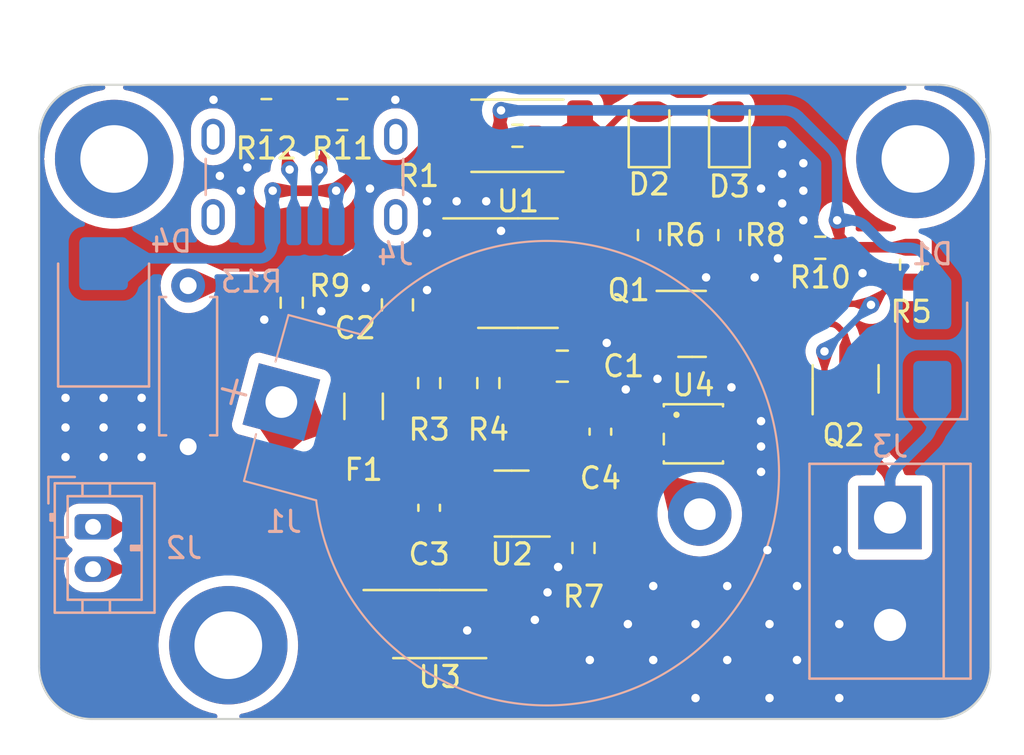
<source format=kicad_pcb>
(kicad_pcb (version 20221018) (generator pcbnew)
  (layers (0 "F.Cu" signal) (31 "B.Cu" signal) (34 "B.Paste" user) (35 "F.Paste" user) (36 "B.SilkS" user "B.Silkscreen") (37 "F.SilkS" user "F.Silkscreen") (38 "B.Mask" user) (39 "F.Mask" user) (44 "Edge.Cuts" user))
  (net 0 "")
  (net 1 "Net-(Q1-S)")
  (net 2 "GND")
  (net 3 "Net-(D2-A)")
  (net 4 "Net-(U2-VCC)")
  (net 5 "-BATT")
  (net 6 "Net-(U4-VCC)")
  (net 7 "VCC")
  (net 8 "VBUS")
  (net 9 "Net-(D2-K)")
  (net 10 "Net-(D3-K)")
  (net 11 "+BATT")
  (net 12 "Net-(Q1-G)")
  (net 13 "Net-(Q1-D)")
  (net 14 "Net-(U1-CHRG)")
  (net 15 "Net-(U2-VM)")
  (net 16 "Net-(U1-STDBY)")
  (net 17 "Net-(U1-PROG)")
  (net 18 "Net-(U2-OD)")
  (net 19 "Net-(U2-OC)")
  (net 22 "Net-(J4-CC1)")
  (net 23 "Net-(J4-CC2)")
  (footprint "Package_SO:TSSOP-8_4.4x3mm_P0.65mm" (layer "F.Cu") (at 135 73.6)
    (fp_text reference "U3" (at 0 2.5) (layer "F.SilkS"))
    (fp_text value "FS8205A")
    (pad "1" smd roundrect (at -2.8625 -0.975) (size 1.475 0.4) (layers "F.Cu" "F.Paste" "F.Mask"))
    (pad "2" smd roundrect (at -2.8625 -0.325) (size 1.475 0.4) (layers "F.Cu" "F.Paste" "F.Mask") (net 5 "-BATT"))
    (pad "3" smd roundrect (at -2.8625 0.325) (size 1.475 0.4) (layers "F.Cu" "F.Paste" "F.Mask") (net 5 "-BATT"))
    (pad "4" smd roundrect (at -2.8625 0.975) (size 1.475 0.4) (layers "F.Cu" "F.Paste" "F.Mask") (net 18 "Net-(U2-OD)"))
    (pad "5" smd roundrect (at 2.8625 0.975) (size 1.475 0.4) (layers "F.Cu" "F.Paste" "F.Mask") (net 19 "Net-(U2-OC)"))
    (pad "6" smd roundrect (at 2.8625 0.325) (size 1.475 0.4) (layers "F.Cu" "F.Paste" "F.Mask") (net 2 "GND"))
    (pad "7" smd roundrect (at 2.8625 -0.325) (size 1.475 0.4) (layers "F.Cu" "F.Paste" "F.Mask") (net 2 "GND"))
    (pad "8" smd roundrect (at 2.8625 -0.975) (size 1.475 0.4) (layers "F.Cu" "F.Paste" "F.Mask"))
  )
  (footprint "Resistor_SMD:R_0603_1608Metric" (layer "F.Cu") (at 134.5 62.2 90)
    (fp_text reference "R3" (at -2.2 0 180) (layer "F.SilkS"))
    (fp_text value "100R")
    (pad "1" smd roundrect (at -0.825 0 90) (size 0.8 0.95) (layers "F.Cu" "F.Paste" "F.Mask") (net 4 "Net-(U2-VCC)"))
    (pad "2" smd roundrect (at 0.825 0 90) (size 0.8 0.95) (layers "F.Cu" "F.Paste" "F.Mask") (net 1 "Net-(Q1-S)"))
  )
  (footprint "Resistor_SMD:R_0603_1608Metric" (layer "F.Cu") (at 148.7 55.2 -90)
    (fp_text reference "R8" (at 0 -1.7 -180) (layer "F.SilkS"))
    (fp_text value "1k")
    (pad "1" smd roundrect (at -0.825 0 270) (size 0.8 0.95) (layers "F.Cu" "F.Paste" "F.Mask") (net 10 "Net-(D3-K)"))
    (pad "2" smd roundrect (at 0.825 0 270) (size 0.8 0.95) (layers "F.Cu" "F.Paste" "F.Mask") (net 16 "Net-(U1-STDBY)"))
  )
  (footprint "Resistor_SMD:R_0805_2012Metric" (layer "F.Cu") (at 130.4 49.5)
    (fp_text reference "R11" (at 0 1.6 -360) (layer "F.SilkS"))
    (fp_text value "5k1")
    (pad "1" smd roundrect (at -0.9125 0) (size 1.025 1.4) (layers "F.Cu" "F.Paste" "F.Mask") (roundrect_rratio 0.243902) (net 23 "Net-(J4-CC2)"))
    (pad "2" smd roundrect (at 0.9125 0) (size 1.025 1.4) (layers "F.Cu" "F.Paste" "F.Mask") (roundrect_rratio 0.243902) (net 2 "GND"))
  )
  (footprint "Resistor_SMD:R_0603_1608Metric" (layer "F.Cu") (at 128 58.4 -90)
    (fp_text reference "R9" (at -0.8 -1.8 -180) (layer "F.SilkS"))
    (fp_text value "39k")
    (pad "1" smd roundrect (at -0.825 0 270) (size 0.8 0.95) (layers "F.Cu" "F.Paste" "F.Mask") (net 17 "Net-(U1-PROG)"))
    (pad "2" smd roundrect (at 0.825 0 270) (size 0.8 0.95) (layers "F.Cu" "F.Paste" "F.Mask") (net 2 "GND"))
  )
  (footprint "MountingHole:MountingHole_3.2mm_M3_DIN965_Pad" (layer "F.Cu") (at 125 74.6)
    (fp_text reference "H3" hide)
    (fp_text value "MountingHole")
    (pad "1" thru_hole circle (at 0 0) (size 5.6 5.6) (drill 3.2) (layers "*.Cu" "*.Mask"))
  )
  (footprint "Package_TO_SOT_SMD:SOT-23" (layer "F.Cu") (at 146.9375 59.4)
    (fp_text reference "Q1" (at -3 -1.6 180) (layer "F.SilkS"))
    (fp_text value "SI2301")
    (pad "1" smd roundrect (at -0.9375 -0.95) (size 1.475 0.6) (layers "F.Cu" "F.Paste" "F.Mask") (net 12 "Net-(Q1-G)"))
    (pad "2" smd roundrect (at -0.9375 0.95) (size 1.475 0.6) (layers "F.Cu" "F.Paste" "F.Mask") (net 1 "Net-(Q1-S)"))
    (pad "3" smd roundrect (at 0.9375 0) (size 1.475 0.6) (layers "F.Cu" "F.Paste" "F.Mask") (net 13 "Net-(Q1-D)"))
  )
  (footprint "Diode_SMD:D_0805_2012Metric" (layer "F.Cu") (at 148.7 50.3 90)
    (fp_text reference "D3" (at -2.6 0) (layer "F.SilkS"))
    (fp_text value "GREEN")
    (pad "1" smd roundrect (at -0.9375 0 90) (size 0.975 1.4) (layers "F.Cu" "F.Paste" "F.Mask") (net 10 "Net-(D3-K)"))
    (pad "2" smd roundrect (at 0.9375 0 90) (size 0.975 1.4) (layers "F.Cu" "F.Paste" "F.Mask") (net 3 "Net-(D2-A)"))
  )
  (footprint "Resistor_SMD:R_0603_1608Metric" (layer "F.Cu") (at 144.9 55.2 -90)
    (fp_text reference "R6" (at 0 -1.7 -180) (layer "F.SilkS"))
    (fp_text value "1k")
    (pad "1" smd roundrect (at -0.825 0 270) (size 0.8 0.95) (layers "F.Cu" "F.Paste" "F.Mask") (net 9 "Net-(D2-K)"))
    (pad "2" smd roundrect (at 0.825 0 270) (size 0.8 0.95) (layers "F.Cu" "F.Paste" "F.Mask") (net 14 "Net-(U1-CHRG)"))
  )
  (footprint "Capacitor_SMD:C_0603_1608Metric" (layer "F.Cu") (at 142.6 64.5 -90)
    (fp_text reference "C4" (at 2.2 0 -180) (layer "F.SilkS"))
    (fp_text value "100n")
    (pad "1" smd roundrect (at -0.775 0 270) (size 0.9 0.95) (layers "F.Cu" "F.Paste" "F.Mask") (net 6 "Net-(U4-VCC)"))
    (pad "2" smd roundrect (at 0.775 0 270) (size 0.9 0.95) (layers "F.Cu" "F.Paste" "F.Mask") (net 5 "-BATT"))
  )
  (footprint "Diode_SMD:D_0805_2012Metric" (layer "F.Cu") (at 144.9 50.3 90)
    (fp_text reference "D2" (at -2.5 0) (layer "F.SilkS"))
    (fp_text value "RED")
    (pad "1" smd roundrect (at -0.9375 0 90) (size 0.975 1.4) (layers "F.Cu" "F.Paste" "F.Mask") (net 9 "Net-(D2-K)"))
    (pad "2" smd roundrect (at 0.9375 0 90) (size 0.975 1.4) (layers "F.Cu" "F.Paste" "F.Mask") (net 3 "Net-(D2-A)"))
  )
  (footprint "MountingHole:MountingHole_3.2mm_M3_DIN965_Pad" (layer "F.Cu") (at 157.5 51.6)
    (fp_text reference "H1" hide)
    (fp_text value "MountingHole")
    (pad "1" thru_hole circle (at 0 0) (size 5.6 5.6) (drill 3.2) (layers "*.Cu" "*.Mask"))
  )
  (footprint "Resistor_SMD:R_0603_1608Metric" (layer "F.Cu") (at 141.8 70 -90)
    (fp_text reference "R7" (at 2.3 0 -180) (layer "F.SilkS"))
    (fp_text value "1k")
    (pad "1" smd roundrect (at -0.825 0 270) (size 0.8 0.95) (layers "F.Cu" "F.Paste" "F.Mask") (net 15 "Net-(U2-VM)"))
    (pad "2" smd roundrect (at 0.825 0 270) (size 0.8 0.95) (layers "F.Cu" "F.Paste" "F.Mask") (net 2 "GND"))
  )
  (footprint "Package_TO_SOT_SMD:SOT-23" (layer "F.Cu") (at 154.2 62 90)
    (fp_text reference "Q2" (at -2.6625 -0.1) (layer "F.SilkS"))
    (fp_text value "SI2301")
    (pad "1" smd roundrect (at -0.9375 -0.95 90) (size 1.475 0.6) (layers "F.Cu" "F.Paste" "F.Mask") (net 12 "Net-(Q1-G)"))
    (pad "2" smd roundrect (at -0.9375 0.95 90) (size 1.475 0.6) (layers "F.Cu" "F.Paste" "F.Mask") (net 7 "VCC"))
    (pad "3" smd roundrect (at 0.9375 0 90) (size 1.475 0.6) (layers "F.Cu" "F.Paste" "F.Mask") (net 13 "Net-(Q1-D)"))
  )
  (footprint "Resistor_SMD:R_2512_6332Metric" (layer "F.Cu") (at 138.675 50.5 180)
    (fp_text reference "R2" hide)
    (fp_text value "2512 package")
    (pad "1" smd roundrect (at -2.9625 0 180) (size 1.225 3.35) (layers "F.Cu" "F.Paste" "F.Mask") (roundrect_rratio 0.204082) (net 3 "Net-(D2-A)"))
    (pad "2" smd roundrect (at 2.9625 0 180) (size 1.225 3.35) (layers "F.Cu" "F.Paste" "F.Mask") (roundrect_rratio 0.204082) (net 8 "VBUS"))
  )
  (footprint "Capacitor_SMD:C_0603_1608Metric" (layer "F.Cu") (at 134.5 68.1 -90)
    (fp_text reference "C3" (at 2.2 0) (layer "F.SilkS"))
    (fp_text value "100n")
    (pad "1" smd roundrect (at -0.775 0 270) (size 0.9 0.95) (layers "F.Cu" "F.Paste" "F.Mask") (net 4 "Net-(U2-VCC)"))
    (pad "2" smd roundrect (at 0.775 0 270) (size 0.9 0.95) (layers "F.Cu" "F.Paste" "F.Mask") (net 5 "-BATT"))
  )
  (footprint "Package_TO_SOT_SMD:SOT-23-6" (layer "F.Cu") (at 138.4 67.9 180)
    (fp_text reference "U2" (at 0 -2.4) (layer "F.SilkS"))
    (fp_text value "DW01A")
    (pad "1" smd roundrect (at -1.1375 -0.95 180) (size 1.325 0.6) (layers "F.Cu" "F.Paste" "F.Mask") (net 18 "Net-(U2-OD)"))
    (pad "2" smd roundrect (at -1.1375 0 180) (size 1.325 0.6) (layers "F.Cu" "F.Paste" "F.Mask") (net 15 "Net-(U2-VM)"))
    (pad "3" smd roundrect (at -1.1375 0.95 180) (size 1.325 0.6) (layers "F.Cu" "F.Paste" "F.Mask") (net 19 "Net-(U2-OC)"))
    (pad "4" smd roundrect (at 1.1375 0.95 180) (size 1.325 0.6) (layers "F.Cu" "F.Paste" "F.Mask"))
    (pad "5" smd roundrect (at 1.1375 0 180) (size 1.325 0.6) (layers "F.Cu" "F.Paste" "F.Mask") (net 4 "Net-(U2-VCC)"))
    (pad "6" smd roundrect (at 1.1375 -0.95 180) (size 1.325 0.6) (layers "F.Cu" "F.Paste" "F.Mask") (net 5 "-BATT"))
  )
  (footprint "Resistor_SMD:R_0805_2012Metric" (layer "F.Cu") (at 126.8 49.5 180)
    (fp_text reference "R12" (at 0 -1.6 -360) (layer "F.SilkS"))
    (fp_text value "5k1")
    (pad "1" smd roundrect (at -0.9125 0 180) (size 1.025 1.4) (layers "F.Cu" "F.Paste" "F.Mask") (roundrect_rratio 0.243902) (net 22 "Net-(J4-CC1)"))
    (pad "2" smd roundrect (at 0.9125 0 180) (size 1.025 1.4) (layers "F.Cu" "F.Paste" "F.Mask") (roundrect_rratio 0.243902) (net 2 "GND"))
  )
  (footprint "Capacitor_SMD:C_0805_2012Metric" (layer "F.Cu") (at 133 58.5 90)
    (fp_text reference "C2" (at -1.1 -2 180) (layer "F.SilkS"))
    (fp_text value "10u")
    (pad "1" smd roundrect (at -0.95 0 90) (size 1 1.45) (layers "F.Cu" "F.Paste" "F.Mask") (net 3 "Net-(D2-A)"))
    (pad "2" smd roundrect (at 0.95 0 90) (size 1 1.45) (layers "F.Cu" "F.Paste" "F.Mask") (net 2 "GND"))
  )
  (footprint "Resistor_SMD:R_0603_1608Metric" (layer "F.Cu") (at 138.675 50.5 180)
    (fp_text reference "R1" (at 4.675 -1.9) (layer "F.SilkS"))
    (fp_text value "0R4")
    (pad "1" smd roundrect (at -0.825 0 180) (size 0.8 0.95) (layers "F.Cu" "F.Paste" "F.Mask") (net 3 "Net-(D2-A)"))
    (pad "2" smd roundrect (at 0.825 0 180) (size 0.8 0.95) (layers "F.Cu" "F.Paste" "F.Mask") (net 8 "VBUS"))
  )
  (footprint "MountingHole:MountingHole_3.2mm_M3_DIN965_Pad" (layer "F.Cu") (at 119.6 51.6)
    (fp_text reference "H2" hide)
    (fp_text value "MountingHole")
    (pad "1" thru_hole circle (at 0 0) (size 5.6 5.6) (drill 3.2) (layers "*.Cu" "*.Mask"))
  )
  (footprint "Custom:CPC-5" (layer "F.Cu") (at 147 64.6)
    (fp_text reference "U4" (at 0 -2.3 unlocked) (layer "F.SilkS"))
    (fp_text value "XB7608AJ")
    (pad "1" smd roundrect (at -1.8 -0.9) (size 1.3 0.3) (layers "F.Cu" "F.Paste" "F.Mask") (net 6 "Net-(U4-VCC)"))
    (pad "2" smd roundrect (at -1.8 -0.37) (size 1.3 0.3) (layers "F.Cu" "F.Paste" "F.Mask") (net 5 "-BATT"))
    (pad "3" smd roundrect (at -1.8 0.9) (size 1.3 0.3) (layers "F.Cu" "F.Paste" "F.Mask") (net 5 "-BATT"))
    (pad "4" smd roundrect (at 1.8 0.6) (size 1.3 1) (layers "F.Cu" "F.Paste" "F.Mask") (net 2 "GND"))
    (pad "5" smd roundrect (at 1.8 -0.6) (size 1.3 1) (layers "F.Cu" "F.Paste" "F.Mask") (net 2 "GND"))
  )
  (footprint "Package_SO:SOP-8_3.76x4.96mm_P1.27mm" (layer "F.Cu") (at 138.7 57)
    (fp_text reference "U1" (at 0 -3.4 -360) (layer "F.SilkS"))
    (fp_text value "TP4056")
    (pad "1" smd roundrect (at -2.5375 -1.905) (size 1.975 0.65) (layers "F.Cu" "F.Paste" "F.Mask") (net 2 "GND"))
    (pad "2" smd roundrect (at -2.5375 -0.635) (size 1.975 0.65) (layers "F.Cu" "F.Paste" "F.Mask") (net 17 "Net-(U1-PROG)"))
    (pad "3" smd roundrect (at -2.5375 0.635) (size 1.975 0.65) (layers "F.Cu" "F.Paste" "F.Mask") (net 2 "GND"))
    (pad "4" smd roundrect (at -2.5375 1.905) (size 1.975 0.65) (layers "F.Cu" "F.Paste" "F.Mask") (net 3 "Net-(D2-A)"))
    (pad "5" smd roundrect (at 2.5375 1.905) (size 1.975 0.65) (layers "F.Cu" "F.Paste" "F.Mask") (net 1 "Net-(Q1-S)"))
    (pad "6" smd roundrect (at 2.5375 0.635) (size 1.975 0.65) (layers "F.Cu" "F.Paste" "F.Mask") (net 16 "Net-(U1-STDBY)"))
    (pad "7" smd roundrect (at 2.5375 -0.635) (size 1.975 0.65) (layers "F.Cu" "F.Paste" "F.Mask") (net 14 "Net-(U1-CHRG)"))
    (pad "8" smd roundrect (at 2.5375 -1.905) (size 1.975 0.65) (layers "F.Cu" "F.Paste" "F.Mask") (net 3 "Net-(D2-A)"))
  )
  (footprint "Resistor_SMD:R_0603_1608Metric" (layer "F.Cu") (at 157.3 56.6 90)
    (fp_text reference "R5" (at -2.225 0 180) (layer "F.SilkS"))
    (fp_text value "1k")
    (pad "1" smd roundrect (at -0.825 0 90) (size 0.8 0.95) (layers "F.Cu" "F.Paste" "F.Mask") (net 12 "Net-(Q1-G)"))
    (pad "2" smd roundrect (at 0.825 0 90) (size 0.8 0.95) (layers "F.Cu" "F.Paste" "F.Mask") (net 8 "VBUS"))
  )
  (footprint "Capacitor_SMD:C_0805_2012Metric" (layer "F.Cu") (at 140.8 61.4)
    (fp_text reference "C1" (at 2.9 0) (layer "F.SilkS"))
    (fp_text value "10u")
    (pad "1" smd roundrect (at -0.95 0) (size 1 1.45) (layers "F.Cu" "F.Paste" "F.Mask") (net 1 "Net-(Q1-S)"))
    (pad "2" smd roundrect (at 0.95 0) (size 1 1.45) (layers "F.Cu" "F.Paste" "F.Mask") (net 2 "GND"))
  )
  (footprint "Resistor_SMD:R_0603_1608Metric" (layer "F.Cu") (at 137.3 62.2 90)
    (fp_text reference "R4" (at -2.2 0 180) (layer "F.SilkS"))
    (fp_text value "1k")
    (pad "1" smd roundrect (at -0.825 0 90) (size 0.8 0.95) (layers "F.Cu" "F.Paste" "F.Mask") (net 6 "Net-(U4-VCC)"))
    (pad "2" smd roundrect (at 0.825 0 90) (size 0.8 0.95) (layers "F.Cu" "F.Paste" "F.Mask") (net 1 "Net-(Q1-S)"))
  )
  (footprint "Resistor_SMD:R_0603_1608Metric" (layer "F.Cu") (at 153 55.8 180)
    (fp_text reference "R10" (at 0 -1.4 180) (layer "F.SilkS"))
    (fp_text value "10k")
    (pad "1" smd roundrect (at -0.825 0 180) (size 0.8 0.95) (layers "F.Cu" "F.Paste" "F.Mask") (net 8 "VBUS"))
    (pad "2" smd roundrect (at 0.825 0 180) (size 0.8 0.95) (layers "F.Cu" "F.Paste" "F.Mask") (net 2 "GND"))
  )
  (footprint "Fuse:Fuse_1206_3216Metric" (layer "F.Cu") (at 131.4 63.3 90)
    (fp_text reference "F1" (at -3 0 180) (layer "F.SilkS"))
    (fp_text value "1A")
    (pad "1" smd roundrect (at -1.4 0 90) (size 1.25 1.75) (layers "F.Cu" "F.Paste" "F.Mask") (roundrect_rratio 0.2) (net 11 "+BATT"))
    (pad "2" smd roundrect (at 1.4 0 90) (size 1.25 1.75) (layers "F.Cu" "F.Paste" "F.Mask") (roundrect_rratio 0.2) (net 1 "Net-(Q1-S)"))
  )
  (footprint "USB:CoinCell CR2032" (layer "B.Cu") (at 127.50818 63.096798 -15)
    (fp_text reference "J1" (at 1.567746 5.444399 unlocked) (layer "B.SilkS") (effects (justify mirror)))
    (fp_text value "LIR2032 Connector")
    (fp_text user "+" (at -2.285999 0 165) (layer "B.SilkS") (effects (font (size 1.5 1.5)) (justify mirror)))
    (pad "1" thru_hole rect (at 0 0 345) (size 3 3) (drill 1.5) (layers "*.Cu" "*.Mask") (net 11 "+BATT"))
    (pad "2" thru_hole circle (at 20.49 0 345) (size 3 3) (drill 1.5) (layers "*.Cu" "*.Mask") (net 5 "-BATT"))
  )
  (footprint "Resistor_THT:R_Axial_DIN0207_L6.3mm_D2.5mm_P7.62mm_Horizontal" (layer "B.Cu") (at 123.1 57.59 -90)
    (fp_text reference "R13" (at -0.19 -3 -180) (layer "B.SilkS") (effects (justify mirror)))
    (fp_text value "DNF")
    (pad "1" thru_hole circle (at 0 0 270) (size 1.6 1.6) (drill 0.8) (layers "*.Cu" "*.Mask") (net 17 "Net-(U1-PROG)"))
    (pad "2" thru_hole oval (at 7.62 0 270) (size 1.6 1.6) (drill 0.8) (layers "*.Cu" "*.Mask") (net 2 "GND"))
  )
  (footprint "TerminalBlock:TerminalBlock_bornier-2_P5.08mm" (layer "B.Cu") (at 156.3 68.56 -90)
    (fp_text reference "J3" (at -3.36 0) (layer "B.SilkS") (effects (justify mirror)))
    (fp_text value "Screw Terminal")
    (pad "1" thru_hole rect (at 0 0 270) (size 3 3) (drill 1.52) (layers "*.Cu" "*.Mask") (net 7 "VCC"))
    (pad "2" thru_hole circle (at 5.08 0 270) (size 3 3) (drill 1.52) (layers "*.Cu" "*.Mask") (net 2 "GND"))
  )
  (footprint "Diode_SMD:D_SMB" (layer "B.Cu") (at 119.1 58.7 90)
    (fp_text reference "D4" (at 3.2 3.2) (layer "B.SilkS") (effects (justify mirror)))
    (fp_text value "SMBJ12CA")
    (pad "1" smd roundrect (at -2.15 0 90) (size 2.5 2.3) (layers "B.Cu" "B.Paste" "B.Mask") (roundrect_rratio 0.1086956522) (net 2 "GND"))
    (pad "2" smd roundrect (at 2.15 0 90) (size 2.5 2.3) (layers "B.Cu" "B.Paste" "B.Mask") (roundrect_rratio 0.1086956522) (net 8 "VBUS"))
  )
  (footprint "Custom:USB-C 6 Pin - Long pads" (layer "B.Cu") (at 128.6 47.4275)
    (fp_text reference "J4" (at 4.3 8.6725 unlocked) (layer "B.SilkS") (effects (justify mirror)))
    (fp_text value "Type-C_6P")
    (pad "A5" smd roundrect (at -0.5 7.325) (size 0.7 1.85) (layers "B.Cu" "B.Paste" "B.Mask") (net 22 "Net-(J4-CC1)"))
    (pad "A9" smd roundrect (at 1.52 7.325 180) (size 0.76 1.85) (layers "B.Cu" "B.Paste" "B.Mask") (net 8 "VBUS"))
    (pad "A12" smd roundrect (at 2.75 7.325 180) (size 0.8 1.85) (layers "B.Cu" "B.Paste" "B.Mask") (net 2 "GND"))
    (pad "B5" smd roundrect (at 0.5 7.325 180) (size 0.7 1.85) (layers "B.Cu" "B.Paste" "B.Mask") (net 23 "Net-(J4-CC2)"))
    (pad "B9" smd roundrect (at -1.52 7.325) (size 0.76 1.85) (layers "B.Cu" "B.Paste" "B.Mask") (net 8 "VBUS"))
    (pad "B12" smd roundrect (at -2.75 7.325) (size 0.8 1.85) (layers "B.Cu" "B.Paste" "B.Mask") (net 2 "GND"))
    (pad "S1" thru_hole oval (at -4.32 3.12) (size 1.1 1.7) (drill oval 0.6 1.2) (layers "*.Cu" "*.Mask" "B.Paste"))
    (pad "S1" thru_hole oval (at -4.32 6.92) (size 1.1 1.7) (drill oval 0.6 1.2) (layers "*.Cu" "*.Mask" "B.Paste"))
    (pad "S1" thru_hole oval (at 4.32 3.12) (size 1.1 1.7) (drill oval 0.6 1.2) (layers "*.Cu" "*.Mask" "B.Paste"))
    (pad "S1" thru_hole oval (at 4.32 6.92) (size 1.1 1.7) (drill oval 0.6 1.2) (layers "*.Cu" "*.Mask" "B.Paste"))
  )
  (footprint "Connector_JST:JST_PH_B2B-PH-K_1x02_P2.00mm_Vertical" (layer "B.Cu") (at 118.6 69 -90)
    (fp_text reference "J2" (at 1 -4.3 -180) (layer "B.SilkS") (effects (justify mirror)))
    (fp_text value "JST PH Connector")
    (pad "1" thru_hole roundrect (at 0 0 270) (size 1.2 1.75) (drill 0.75) (layers "*.Cu" "*.Mask") (roundrect_rratio 0.208333) (net 11 "+BATT"))
    (pad "2" thru_hole oval (at 2 0 270) (size 1.2 1.75) (drill 0.75) (layers "*.Cu" "*.Mask") (net 5 "-BATT"))
  )
  (footprint "Diode_SMD:D_SMA" (layer "B.Cu") (at 158.3 60.4 90)
    (fp_text reference "D1" (at 4.3 0) (layer "B.SilkS") (effects (justify mirror)))
    (fp_text value "SS34")
    (pad "1" smd roundrect (at -2 0 90) (size 2.5 1.8) (layers "B.Cu" "B.Paste" "B.Mask") (roundrect_rratio 0.1388888889) (net 7 "VCC"))
    (pad "2" smd roundrect (at 2 0 90) (size 2.5 1.8) (layers "B.Cu" "B.Paste" "B.Mask") (roundrect_rratio 0.1388888889) (net 8 "VBUS"))
  )
  (gr_arc (start 116.05 50.59) (mid 116.782233 48.822233) (end 118.55 48.09) (stroke (width 0.1)) (layer "Edge.Cuts"))
  (gr_arc (start 158.55 48.09) (mid 160.317767 48.822233) (end 161.05 50.59) (stroke (width 0.1)) (layer "Edge.Cuts"))
  (gr_line (start 116.05 75.59) (end 116.05 50.59) (stroke (width 0.1)) (layer "Edge.Cuts"))
  (gr_arc (start 118.55 78.09) (mid 116.782233 77.357767) (end 116.05 75.59) (stroke (width 0.1)) (layer "Edge.Cuts"))
  (gr_line (start 118.55 48.09) (end 158.55 48.09) (stroke (width 0.1)) (layer "Edge.Cuts"))
  (gr_line (start 161.05 50.59) (end 161.05 75.59) (stroke (width 0.1)) (layer "Edge.Cuts"))
  (gr_arc (start 161.05 75.59) (mid 160.317767 77.357767) (end 158.55 78.09) (stroke (width 0.1)) (layer "Edge.Cuts"))
  (gr_line (start 158.55 78.09) (end 118.55 78.09) (stroke (width 0.1)) (layer "Edge.Cuts"))
  (segment (start 142.790786 58.905) (end 141.2375 58.905) (width 0.3) (layer "F.Cu") (net 1))
  (segment (start 139.977842 59.022158) (end 139.967157 59.032843) (width 0.3) (layer "F.Cu") (net 1))
  (segment (start 144.357107 60.057107) (end 143.497893 59.197893) (width 0.3) (layer "F.Cu") (net 1))
  (segment (start 146 60.35) (end 145.064214 60.35) (width 0.3) (layer "F.Cu") (net 1))
  (segment (start 139.825 61.375) (end 139.85 61.4) (width 0.3) (layer "F.Cu") (net 1))
  (segment (start 137.3 61.375) (end 134.5 61.375) (width 0.3) (layer "F.Cu") (net 1))
  (segment (start 133.532107 61.375) (end 134.5 61.375) (width 0.3) (layer "F.Cu") (net 1))
  (segment (start 139.85 59.315685) (end 139.85 61.4) (width 0.3) (layer "F.Cu") (net 1))
  (segment (start 141.2375 58.905) (end 140.260685 58.905) (width 0.3) (layer "F.Cu") (net 1))
  (segment (start 133.092893 61.607107) (end 133.178554 61.521446) (width 0.3) (layer "F.Cu") (net 1))
  (segment (start 137.3 61.375) (end 139.825 61.375) (width 0.3) (layer "F.Cu") (net 1))
  (segment (start 131.4 61.9) (end 132.385786 61.9) (width 0.3) (layer "F.Cu") (net 1))
  (arc (start 132.385786 61.9) (mid 132.768469 61.82388) (end 133.092893 61.607107) (width 0.3) (layer "F.Cu") (net 1))
  (arc (start 140.260685 58.905) (mid 140.107611 58.935448) (end 139.977842 59.022158) (width 0.3) (layer "F.Cu") (net 1))
  (arc (start 133.178554 61.521446) (mid 133.340766 61.41306) (end 133.532107 61.375) (width 0.3) (layer "F.Cu") (net 1))
  (arc (start 145.064214 60.35) (mid 144.681531 60.27388) (end 144.357107 60.057107) (width 0.3) (layer "F.Cu") (net 1))
  (arc (start 139.967157 59.032843) (mid 139.880448 59.162612) (end 139.85 59.315685) (width 0.3) (layer "F.Cu") (net 1))
  (arc (start 142.790786 58.905) (mid 143.173469 58.98112) (end 143.497893 59.197893) (width 0.3) (layer "F.Cu") (net 1))
  (via (at 153.9 73.6) (size 0.8) (drill 0.4) (layers "F.Cu" "B.Cu") (net 2))
  (via (at 117.3 62.9) (size 0.8) (drill 0.4) (layers "F.Cu" "B.Cu") (net 2))
  (via (at 153.8 70.1) (size 0.8) (drill 0.4) (layers "F.Cu" "B.Cu") (net 2))
  (via (at 150.6 77.1) (size 0.8) (drill 0.4) (layers "F.Cu" "B.Cu") (net 2))
  (via (at 147.1 73.6) (size 0.8) (drill 0.4) (layers "F.Cu" "B.Cu") (net 2))
  (via (at 150.2 64) (size 0.8) (drill 0.4) (layers "F.Cu" "B.Cu") (net 2))
  (via (at 129.4 58.8) (size 0.8) (drill 0.4) (layers "F.Cu" "B.Cu") (net 2))
  (via (at 150.2 53) (size 0.8) (drill 0.4) (layers "F.Cu" "B.Cu") (net 2))
  (via (at 152.2 54.5) (size 0.8) (drill 0.4) (layers "F.Cu" "B.Cu") (net 2))
  (via (at 119.1 64.3) (size 0.8) (drill 0.4) (layers "F.Cu" "B.Cu") (net 2))
  (via (at 150.2 65.2) (size 0.8) (drill 0.4) (layers "F.Cu" "B.Cu") (net 2))
  (via (at 126.7 59.2) (size 0.8) (drill 0.4) (layers "F.Cu" "B.Cu") (net 2))
  (via (at 145.3 62) (size 0.8) (drill 0.4) (layers "F.Cu" "B.Cu") (net 2))
  (via (at 124.3 48.8) (size 0.8) (drill 0.4) (layers "F.Cu" "B.Cu") (net 2))
  (via (at 151.2 52.3) (size 0.8) (drill 0.4) (layers "F.Cu" "B.Cu") (net 2))
  (via (at 151.2 53.7) (size 0.8) (drill 0.4) (layers "F.Cu" "B.Cu") (net 2))
  (via (at 124.6 52.4) (size 0.8) (drill 0.4) (layers "F.Cu" "B.Cu") (net 2))
  (via (at 151.9 71.8) (size 0.8) (drill 0.4) (layers "F.Cu" "B.Cu") (net 2))
  (via (at 142.1 75.3) (size 0.8) (drill 0.4) (layers "F.Cu" "B.Cu") (net 2))
  (via (at 143.8 62.5) (size 0.8) (drill 0.4) (layers "F.Cu" "B.Cu") (net 2))
  (via (at 137.9 55) (size 0.8) (drill 0.4) (layers "F.Cu" "B.Cu") (net 2))
  (via (at 119.1 62.9) (size 0.8) (drill 0.4) (layers "F.Cu" "B.Cu") (net 2))
  (via (at 131.5 57.7) (size 0.8) (drill 0.4) (layers "F.Cu" "B.Cu") (net 2))
  (via (at 148.8 62.4) (size 0.8) (drill 0.4) (layers "F.Cu" "B.Cu") (net 2))
  (via (at 150.5 70.1) (size 0.8) (drill 0.4) (layers "F.Cu" "B.Cu") (net 2))
  (via (at 148.6 71.8) (size 0.8) (drill 0.4) (layers "F.Cu" "B.Cu") (net 2))
  (via (at 147.1 77.1) (size 0.8) (drill 0.4) (layers "F.Cu" "B.Cu") (net 2))
  (via (at 119.1 65.7) (size 0.8) (drill 0.4) (layers "F.Cu" "B.Cu") (net 2))
  (via (at 125.6 53.1) (size 0.8) (drill 0.4) (layers "F.Cu" "B.Cu") (net 2))
  (via (at 155 57) (size 0.8) (drill 0.4) (layers "F.Cu" "B.Cu") (net 2))
  (via (at 134.4 55.1) (size 0.8) (drill 0.4) (layers "F.Cu" "B.Cu") (net 2))
  (via (at 136.3 73.9) (size 0.8) (drill 0.4) (layers "F.Cu" "B.Cu") (net 2))
  (via (at 140.6 70.9) (size 0.8) (drill 0.4) (layers "F.Cu" "B.Cu") (net 2))
  (via (at 134.4 57.8) (size 0.8) (drill 0.4) (layers "F.Cu" "B.Cu") (net 2))
  (via (at 139.5 73.4) (size 0.8) (drill 0.4) (layers "F.Cu" "B.Cu") (net 2))
  (via (at 135.8 53.6) (size 0.8) (drill 0.4) (layers "F.Cu" "B.Cu") (net 2))
  (via (at 137.2 53.6) (size 0.8) (drill 0.4) (layers "F.Cu" "B.Cu") (net 2))
  (via (at 117.3 64.3) (size 0.8) (drill 0.4) (layers "F.Cu" "B.Cu") (net 2))
  (via (at 143.9 73.6) (size 0.8) (drill 0.4) (layers "F.Cu" "B.Cu") (net 2))
  (via (at 145.1 71.8) (size 0.8) (drill 0.4) (layers "F.Cu" "B.Cu") (net 2))
  (via (at 125.9 52) (size 0.8) (drill 0.4) (layers "F.Cu" "B.Cu") (net 2))
  (via (at 142.9 60.3) (size 0.8) (drill 0.4) (layers "F.Cu" "B.Cu") (net 2))
  (via (at 120.9 65.7) (size 0.8) (drill 0.4) (layers "F.Cu" "B.Cu") (net 2))
  (via (at 147.6 57.2) (size 0.8) (drill 0.4) (layers "F.Cu" "B.Cu") (net 2))
  (via (at 151.2 50.9) (size 0.8) (drill 0.4) (layers "F.Cu" "B.Cu") (net 2))
  (via (at 148.6 75.3) (size 0.8) (drill 0.4) (layers "F.Cu" "B.Cu") (net 2))
  (via (at 149.9 57.2) (size 0.8) (drill 0.4) (layers "F.Cu" "B.Cu") (net 2))
  (via (at 120.9 64.3) (size 0.8) (drill 0.4) (layers "F.Cu" "B.Cu") (net 2))
  (via (at 134.4 53.6) (size 0.8) (drill 0.4) (layers "F.Cu" "B.Cu") (net 2))
  (via (at 152.2 53.1) (size 0.8) (drill 0.4) (layers "F.Cu" "B.Cu") (net 2))
  (via (at 145.1 75.3) (size 0.8) (drill 0.4) (layers "F.Cu" "B.Cu") (net 2))
  (via (at 117.3 65.7) (size 0.8) (drill 0.4) (layers "F.Cu" "B.Cu") (net 2))
  (via (at 140.1 72.1) (size 0.8) (drill 0.4) (layers "F.Cu" "B.Cu") (net 2))
  (via (at 150.6 73.6) (size 0.8) (drill 0.4) (layers "F.Cu" "B.Cu") (net 2))
  (via (at 151.9 75.3) (size 0.8) (drill 0.4) (layers "F.Cu" "B.Cu") (net 2))
  (via (at 131.7 53) (size 0.8) (drill 0.4) (layers "F.Cu" "B.Cu") (net 2))
  (via (at 120.9 62.9) (size 0.8) (drill 0.4) (layers "F.Cu" "B.Cu") (net 2))
  (via (at 151 56.3) (size 0.8) (drill 0.4) (layers "F.Cu" "B.Cu") (net 2))
  (via (at 132.9 48.8) (size 0.8) (drill 0.4) (layers "F.Cu" "B.Cu") (net 2))
  (via (at 153.9 77.1) (size 0.8) (drill 0.4) (layers "F.Cu" "B.Cu") (net 2))
  (via (at 150.2 66.4) (size 0.8) (drill 0.4) (layers "F.Cu" "B.Cu") (net 2))
  (via (at 152.2 51.8) (size 0.8) (drill 0.4) (layers "F.Cu" "B.Cu") (net 2))
  (segment (start 138.8 56.614214) (end 138.8 56.985786) (width 0.5) (layer "F.Cu") (net 3))
  (segment (start 141.383947 53.416053) (end 141.491054 53.308946) (width 0.5) (layer "F.Cu") (net 3))
  (segment (start 144.9 49.3625) (end 144.151714 49.3625) (width 0.3) (layer "F.Cu") (net 3))
  (segment (start 141.6375 52.955393) (end 141.6375 50.5) (width 0.5) (layer "F.Cu") (net 3))
  (segment (start 141.2375 55.095) (end 141.2375 53.769607) (width 0.5) (layer "F.Cu") (net 3))
  (segment (start 142.185786 50.5) (end 141.6375 50.5) (width 0.3) (layer "F.Cu") (net 3))
  (segment (start 136.1625 58.905) (end 135.302107 58.905) (width 0.3) (layer "F.Cu") (net 3))
  (segment (start 136.880786 58.905) (end 136.1625 58.905) (width 0.5) (layer "F.Cu") (net 3))
  (segment (start 139.612107 55.387893) (end 139.092893 55.907107) (width 0.5) (layer "F.Cu") (net 3))
  (segment (start 134.342893 59.45) (end 133 59.45) (width 0.3) (layer "F.Cu") (net 3))
  (segment (start 143.444607 49.655393) (end 142.892893 50.207107) (width 0.3) (layer "F.Cu") (net 3))
  (segment (start 141.2375 55.095) (end 140.319214 55.095) (width 0.5) (layer "F.Cu") (net 3))
  (segment (start 138.507107 57.692893) (end 137.587893 58.612107) (width 0.5) (layer "F.Cu") (net 3))
  (segment (start 148.7 49.3625) (end 144.9 49.3625) (width 0.3) (layer "F.Cu") (net 3))
  (segment (start 134.948553 59.051447) (end 134.696446 59.303554) (width 0.3) (layer "F.Cu") (net 3))
  (segment (start 139.5 50.5) (end 141.6375 50.5) (width 0.5) (layer "F.Cu") (net 3))
  (arc (start 144.151714 49.3625) (mid 143.769031 49.43862) (end 143.444607 49.655393) (width 0.3) (layer "F.Cu") (net 3))
  (arc (start 141.383947 53.416053) (mid 141.27556 53.578265) (end 141.2375 53.769607) (width 0.5) (layer "F.Cu") (net 3))
  (arc (start 134.948553 59.051447) (mid 135.110765 58.94306) (end 135.302107 58.905) (width 0.3) (layer "F.Cu") (net 3))
  (arc (start 141.6375 52.955393) (mid 141.59944 53.146734) (end 141.491054 53.308946) (width 0.5) (layer "F.Cu") (net 3))
  (arc (start 138.8 56.614214) (mid 138.87612 56.231531) (end 139.092893 55.907107) (width 0.5) (layer "F.Cu") (net 3))
  (arc (start 136.880786 58.905) (mid 137.263469 58.82888) (end 137.587893 58.612107) (width 0.5) (layer "F.Cu") (net 3))
  (arc (start 142.185786 50.5) (mid 142.568469 50.42388) (end 142.892893 50.207107) (width 0.3) (layer "F.Cu") (net 3))
  (arc (start 134.696446 59.303554) (mid 134.534234 59.41194) (end 134.342893 59.45) (width 0.3) (layer "F.Cu") (net 3))
  (arc (start 138.8 56.985786) (mid 138.72388 57.368469) (end 138.507107 57.692893) (width 0.5) (layer "F.Cu") (net 3))
  (arc (start 140.319214 55.095) (mid 139.936531 55.17112) (end 139.612107 55.387893) (width 0.5) (layer "F.Cu") (net 3))
  (segment (start 135.865685 67.665685) (end 135.759314 67.559314) (width 0.3) (layer "F.Cu") (net 4))
  (segment (start 135.193629 67.325) (end 134.5 67.325) (width 0.3) (layer "F.Cu") (net 4))
  (segment (start 137.2625 67.9) (end 136.431371 67.9) (width 0.3) (layer "F.Cu") (net 4))
  (segment (start 134.5 67.325) (end 134.5 63.025) (width 0.3) (layer "F.Cu") (net 4))
  (arc (start 135.759314 67.559314) (mid 135.499775 67.385896) (end 135.193629 67.325) (width 0.3) (layer "F.Cu") (net 4))
  (arc (start 135.865685 67.665685) (mid 136.125224 67.839104) (end 136.431371 67.9) (width 0.3) (layer "F.Cu") (net 4))
  (segment (start 138.342893 68.557107) (end 138.4 68.5) (width 0.3) (layer "F.Cu") (net 5))
  (segment (start 145.2 65.5) (end 142.825 65.5) (width 0.3) (layer "F.Cu") (net 5))
  (segment (start 137.2625 68.85) (end 137.635786 68.85) (width 0.3) (layer "F.Cu") (net 5))
  (segment (start 132.1375 73.925) (end 132.1375 73.275) (width 0.3) (layer "F.Cu") (net 5))
  (segment (start 142.825 65.5) (end 142.6 65.275) (width 0.3) (layer "F.Cu") (net 5))
  (segment (start 126.257359 71) (end 118.6 71) (width 0.3) (layer "F.Cu") (net 5))
  (segment (start 145.492893 66.592893) (end 147.3 68.4) (width 0.3) (layer "F.Cu") (net 5))
  (segment (start 137.2625 68.85) (end 134.525 68.85) (width 0.3) (layer "F.Cu") (net 5))
  (segment (start 128.89632 72.39632) (end 128.378679 71.878679) (width 0.3) (layer "F.Cu") (net 5))
  (segment (start 145.2 64.23) (end 145.2 65.5) (width 0.3) (layer "F.Cu") (net 5))
  (segment (start 134.525 68.85) (end 134.5 68.875) (width 0.3) (layer "F.Cu") (net 5))
  (segment (start 139.539214 65.275) (end 142.6 65.275) (width 0.3) (layer "F.Cu") (net 5))
  (segment (start 132.1375 73.275) (end 131.017641 73.275) (width 0.3) (layer "F.Cu") (net 5))
  (segment (start 134.5 72.485786) (end 134.5 68.875) (width 0.3) (layer "F.Cu") (net 5))
  (segment (start 134.207107 73.192893) (end 133.767893 73.632107) (width 0.3) (layer "F.Cu") (net 5))
  (segment (start 138.4 68.5) (end 138.4 66.414214) (width 0.3) (layer "F.Cu") (net 5))
  (segment (start 138.692893 65.707107) (end 138.832107 65.567893) (width 0.3) (layer "F.Cu") (net 5))
  (segment (start 133.060786 73.925) (end 132.1375 73.925) (width 0.3) (layer "F.Cu") (net 5))
  (segment (start 145.2 65.5) (end 145.2 65.885786) (width 0.3) (layer "F.Cu") (net 5))
  (arc (start 126.257359 71) (mid 127.405409 71.228361) (end 128.378679 71.878679) (width 0.3) (layer "F.Cu") (net 5))
  (arc (start 137.635786 68.85) (mid 138.018469 68.77388) (end 138.342893 68.557107) (width 0.3) (layer "F.Cu") (net 5))
  (arc (start 133.767893 73.632107) (mid 133.44347 73.84888) (end 133.060786 73.925) (width 0.3) (layer "F.Cu") (net 5))
  (arc (start 145.2 65.885786) (mid 145.27612 66.268469) (end 145.492893 66.592893) (width 0.3) (layer "F.Cu") (net 5))
  (arc (start 134.207107 73.192893) (mid 134.42388 72.86847) (end 134.5 72.485786) (width 0.3) (layer "F.Cu") (net 5))
  (arc (start 138.4 66.414214) (mid 138.47612 66.031531) (end 138.692893 65.707107) (width 0.3) (layer "F.Cu") (net 5))
  (arc (start 138.832107 65.567893) (mid 139.15653 65.35112) (end 139.539214 65.275) (width 0.3) (layer "F.Cu") (net 5))
  (arc (start 131.017641 73.275) (mid 129.86959 73.046638) (end 128.89632 72.39632) (width 0.3) (layer "F.Cu") (net 5))
  (segment (start 138.610786 63.025) (end 137.3 63.025) (width 0.3) (layer "F.Cu") (net 6))
  (segment (start 142.6 63.725) (end 140.139214 63.725) (width 0.3) (layer "F.Cu") (net 6))
  (segment (start 145.2 63.7) (end 142.625 63.7) (width 0.3) (layer "F.Cu") (net 6))
  (segment (start 139.432107 63.432107) (end 139.317893 63.317893) (width 0.3) (layer "F.Cu") (net 6))
  (segment (start 142.625 63.7) (end 142.6 63.725) (width 0.3) (layer "F.Cu") (net 6))
  (arc (start 138.610786 63.025) (mid 138.993469 63.10112) (end 139.317893 63.317893) (width 0.3) (layer "F.Cu") (net 6))
  (arc (start 140.139214 63.725) (mid 139.756531 63.64888) (end 139.432107 63.432107) (width 0.3) (layer "F.Cu") (net 6))
  (segment (start 155.442893 65.742893) (end 156.007107 66.307107) (width 0.5) (layer "F.Cu") (net 7))
  (segment (start 155.15 62.9375) (end 155.15 65.035786) (width 0.5) (layer "F.Cu") (net 7))
  (segment (start 156.3 67.014214) (end 156.3 68.56) (width 0.5) (layer "F.Cu") (net 7))
  (arc (start 155.442893 65.742893) (mid 155.22612 65.41847) (end 155.15 65.035786) (width 0.5) (layer "F.Cu") (net 7))
  (arc (start 156.007107 66.307107) (mid 156.22388 66.63153) (end 156.3 67.014214) (width 0.5) (layer "F.Cu") (net 7))
  (segment (start 158.3 62.4) (end 158.3 64.085786) (width 0.5) (layer "B.Cu") (net 7))
  (segment (start 156.3 66.914214) (end 156.3 68.56) (width 0.5) (layer "B.Cu") (net 7))
  (segment (start 158.007107 64.792893) (end 156.592893 66.207107) (width 0.5) (layer "B.Cu") (net 7))
  (arc (start 156.592893 66.207107) (mid 156.37612 66.53153) (end 156.3 66.914214) (width 0.5) (layer "B.Cu") (net 7))
  (arc (start 158.007107 64.792893) (mid 158.22388 64.46847) (end 158.3 64.085786) (width 0.5) (layer "B.Cu") (net 7))
  (segment (start 154.8 55.775) (end 157.3 55.775) (width 0.5) (layer "F.Cu") (net 8))
  (segment (start 137.85 49.35) (end 137.9 49.3) (width 0.5) (layer "F.Cu") (net 8))
  (segment (start 153.8 54.5) (end 153.8 54.775) (width 0.5) (layer "F.Cu") (net 8))
  (segment (start 137.85 50.5) (end 137.85 49.35) (width 0.5) (layer "F.Cu") (net 8))
  (segment (start 135.214214 50.5) (end 135.7125 50.5) (width 0.5) (layer "F.Cu") (net 8))
  (segment (start 131.714214 51.9) (end 132.985786 51.9) (width 0.5) (layer "F.Cu") (net 8))
  (segment (start 133.692893 51.607107) (end 134.507107 50.792893) (width 0.5) (layer "F.Cu") (net 8))
  (segment (start 127.1 53.1) (end 130.1 53.1) (width 0.5) (layer "F.Cu") (net 8))
  (segment (start 130.1 53.1) (end 131.007107 52.192893) (width 0.5) (layer "F.Cu") (net 8))
  (segment (start 135.7125 50.5) (end 137.85 50.5) (width 0.5) (layer "F.Cu") (net 8))
  (via (at 153.8 54.5) (size 0.8) (drill 0.4) (layers "F.Cu" "B.Cu") (net 8))
  (via (at 137.9 49.3) (size 0.8) (drill 0.4) (layers "F.Cu" "B.Cu") (net 8))
  (via (at 130.1 53.1) (size 0.8) (drill 0.4) (layers "F.Cu" "B.Cu") (net 8))
  (via (at 127.1 53.1) (size 0.8) (drill 0.4) (layers "F.Cu" "B.Cu") (net 8))
  (arc (start 134.507107 50.792893) (mid 134.83153 50.57612) (end 135.214214 50.5) (width 0.5) (layer "F.Cu") (net 8))
  (arc (start 154.8 55.775) (mid 154.092893 55.482107) (end 153.8 54.775) (width 0.5) (layer "F.Cu") (net 8))
  (arc (start 132.985786 51.9) (mid 133.368469 51.82388) (end 133.692893 51.607107) (width 0.5) (layer "F.Cu") (net 8))
  (arc (start 131.714214 51.9) (mid 131.331531 51.97612) (end 131.007107 52.192893) (width 0.5) (layer "F.Cu") (net 8))
  (segment (start 127.08 54.7525) (end 127.08 53.12) (width 0.5) (layer "B.Cu") (net 8))
  (segment (start 157.892893 56.092893) (end 158.007107 56.207107) (width 0.5) (layer "B.Cu") (net 8))
  (segment (start 153.8 54.5) (end 154.435786 54.5) (width 0.5) (layer "B.Cu") (net 8))
  (segment (start 151.992893 49.592893) (end 153.507107 51.107107) (width 0.5) (layer "B.Cu") (net 8))
  (segment (start 153.8 51.814214) (end 153.8 54.5) (width 0.5) (layer "B.Cu") (net 8))
  (segment (start 119.203553 56.446447) (end 119.1 56.55) (width 0.5) (layer "B.Cu") (net 8))
  (segment (start 137.9 49.3) (end 151.285786 49.3) (width 0.5) (layer "B.Cu") (net 8))
  (segment (start 127.08 53.12) (end 127.1 53.1) (width 0.5) (layer "B.Cu") (net 8))
  (segment (start 155.142893 54.792893) (end 155.857107 55.507107) (width 0.5) (layer "B.Cu") (net 8))
  (segment (start 126.492893 56.3) (end 119.557107 56.3) (width 0.5) (layer "B.Cu") (net 8))
  (segment (start 130.1 53.1) (end 130.1 54.7325) (width 0.5) (layer "B.Cu") (net 8))
  (segment (start 126.933553 56.066447) (end 126.846446 56.153554) (width 0.5) (layer "B.Cu") (net 8))
  (segment (start 130.1 54.7325) (end 130.12 54.7525) (width 0.5) (layer "B.Cu") (net 8))
  (segment (start 158.3 56.914214) (end 158.3 58.4) (width 0.5) (layer "B.Cu") (net 8))
  (segment (start 156.564214 55.8) (end 157.185786 55.8) (width 0.5) (layer "B.Cu") (net 8))
  (segment (start 127.08 54.7525) (end 127.08 55.712893) (width 0.5) (layer "B.Cu") (net 8))
  (arc (start 153.8 51.814214) (mid 153.72388 51.431531) (end 153.507107 51.107107) (width 0.5) (layer "B.Cu") (net 8))
  (arc (start 119.557107 56.3) (mid 119.365765 56.33806) (end 119.203553 56.446447) (width 0.5) (layer "B.Cu") (net 8))
  (arc (start 151.285786 49.3) (mid 151.668469 49.37612) (end 151.992893 49.592893) (width 0.5) (layer "B.Cu") (net 8))
  (arc (start 158.3 56.914214) (mid 158.22388 56.531531) (end 158.007107 56.207107) (width 0.5) (layer "B.Cu") (net 8))
  (arc (start 157.185786 55.8) (mid 157.568469 55.87612) (end 157.892893 56.092893) (width 0.5) (layer "B.Cu") (net 8))
  (arc (start 156.564214 55.8) (mid 156.181531 55.72388) (end 155.857107 55.507107) (width 0.5) (layer "B.Cu") (net 8))
  (arc (start 126.846446 56.153554) (mid 126.684234 56.26194) (end 126.492893 56.3) (width 0.5) (layer "B.Cu") (net 8))
  (arc (start 155.142893 54.792893) (mid 154.81847 54.57612) (end 154.435786 54.5) (width 0.5) (layer "B.Cu") (net 8))
  (arc (start 126.933553 56.066447) (mid 127.04194 55.904235) (end 127.08 55.712893) (width 0.5) (layer "B.Cu") (net 8))
  (segment (start 144.9 51.2375) (end 144.9 54.375) (width 0.3) (layer "F.Cu") (net 9))
  (segment (start 148.6 51.3375) (end 148.7 51.2375) (width 0.3) (layer "F.Cu") (net 10))
  (segment (start 148.7 54.375) (end 148.7 51.2375) (width 0.3) (layer "F.Cu") (net 10))
  (segment (start 127.50818 65.949179) (end 127.50818 63.096798) (width 0.3) (layer "F.Cu") (net 11))
  (segment (start 128.489691 63.389691) (end 129.507107 64.407107) (width 0.3) (layer "F.Cu") (net 11))
  (segment (start 118.6 69) (end 124.457359 69) (width 0.3) (layer "F.Cu") (net 11))
  (segment (start 127.50818 63.096798) (end 127.782584 63.096798) (width 0.3) (layer "F.Cu") (net 11))
  (segment (start 130.214214 64.7) (end 131.4 64.7) (width 0.3) (layer "F.Cu") (net 11))
  (segment (start 126.57868 68.12132) (end 126.629501 68.070499) (width 0.3) (layer "F.Cu") (net 11))
  (arc (start 127.50818 65.949179) (mid 127.279819 67.097229) (end 126.629501 68.070499) (width 0.3) (layer "F.Cu") (net 11))
  (arc (start 124.457359 69) (mid 125.60541 68.771638) (end 126.57868 68.12132) (width 0.3) (layer "F.Cu") (net 11))
  (arc (start 129.507107 64.407107) (mid 129.83153 64.62388) (end 130.214214 64.7) (width 0.3) (layer "F.Cu") (net 11))
  (arc (start 127.782584 63.096798) (mid 128.165267 63.172918) (end 128.489691 63.389691) (width 0.3) (layer "F.Cu") (net 11))
  (segment (start 155.35 58.45) (end 146 58.45) (width 0.3) (layer "F.Cu") (net 12))
  (segment (start 156.682107 57.425) (end 157.3 57.425) (width 0.3) (layer "F.Cu") (net 12))
  (segment (start 153.2 62.8875) (end 153.25 62.9375) (width 0.3) (layer "F.Cu") (net 12))
  (segment (start 155.4 58.5) (end 156.328554 57.571446) (width 0.3) (layer "F.Cu") (net 12))
  (segment (start 153.2 60.7) (end 153.2 62.8875) (width 0.3) (layer "F.Cu") (net 12))
  (segment (start 155.4 58.5) (end 155.35 58.45) (width 0.3) (layer "F.Cu") (net 12))
  (via (at 155.4 58.5) (size 0.8) (drill 0.4) (layers "F.Cu" "B.Cu") (net 12))
  (via (at 153.2 60.7) (size 0.8) (drill 0.4) (layers "F.Cu" "B.Cu") (net 12))
  (arc (start 156.328554 57.571446) (mid 156.490766 57.46306) (end 156.682107 57.425) (width 0.3) (layer "F.Cu") (net 12))
  (segment (start 155.4 58.5) (end 153.2 60.7) (width 0.3) (layer "B.Cu") (net 12))
  (segment (start 154.2 61.0625) (end 154.2 60.107107) (width 0.3) (layer "F.Cu") (net 13))
  (segment (start 153.492893 59.4) (end 147.875 59.4) (width 0.3) (layer "F.Cu") (net 13))
  (segment (start 154.053553 59.753553) (end 153.846446 59.546446) (width 0.3) (layer "F.Cu") (net 13))
  (arc (start 154.053553 59.753553) (mid 154.16194 59.915765) (end 154.2 60.107107) (width 0.3) (layer "F.Cu") (net 13))
  (arc (start 153.846446 59.546446) (mid 153.684234 59.43806) (end 153.492893 59.4) (width 0.3) (layer "F.Cu") (net 13))
  (segment (start 142.927893 56.365) (end 141.2375 56.365) (width 0.3) (layer "F.Cu") (net 14))
  (segment (start 144.9 56.025) (end 143.682107 56.025) (width 0.3) (layer "F.Cu") (net 14))
  (segment (start 143.328553 56.171447) (end 143.281446 56.218554) (width 0.3) (layer "F.Cu") (net 14))
  (arc (start 143.682107 56.025) (mid 143.490765 56.06306) (end 143.328553 56.171447) (width 0.3) (layer "F.Cu") (net 14))
  (arc (start 143.281446 56.218554) (mid 143.119234 56.32694) (end 142.927893 56.365) (width 0.3) (layer "F.Cu") (net 14))
  (segment (start 140.685786 67.9) (end 139.5375 67.9) (width 0.3) (layer "F.Cu") (net 15))
  (segment (start 141.8 69.175) (end 141.8 69.014214) (width 0.3) (layer "F.Cu") (net 15))
  (segment (start 141.507107 68.307107) (end 141.392893 68.192893) (width 0.3) (layer "F.Cu") (net 15))
  (arc (start 140.685786 67.9) (mid 141.068469 67.97612) (end 141.392893 68.192893) (width 0.3) (layer "F.Cu") (net 15))
  (arc (start 141.8 69.014214) (mid 141.72388 68.631531) (end 141.507107 68.307107) (width 0.3) (layer "F.Cu") (net 15))
  (segment (start 148.7 56.025) (end 147.589214 56.025) (width 0.3) (layer "F.Cu") (net 16))
  (segment (start 144.107107 57.292893) (end 144.057893 57.342107) (width 0.3) (layer "F.Cu") (net 16))
  (segment (start 143.350786 57.635) (end 141.2375 57.635) (width 0.3) (layer "F.Cu") (net 16))
  (segment (start 145.785786 57) (end 144.814214 57) (width 0.3) (layer "F.Cu") (net 16))
  (segment (start 146.882107 56.317893) (end 146.492893 56.707107) (width 0.3) (layer "F.Cu") (net 16))
  (arc (start 146.882107 56.317893) (mid 147.20653 56.10112) (end 147.589214 56.025) (width 0.3) (layer "F.Cu") (net 16))
  (arc (start 145.785786 57) (mid 146.168469 56.92388) (end 146.492893 56.707107) (width 0.3) (layer "F.Cu") (net 16))
  (arc (start 144.107107 57.292893) (mid 144.43153 57.07612) (end 144.814214 57) (width 0.3) (layer "F.Cu") (net 16))
  (arc (start 144.057893 57.342107) (mid 143.73347 57.55888) (end 143.350786 57.635) (width 0.3) (layer "F.Cu") (net 16))
  (segment (start 129.510786 57.575) (end 128 57.575) (width 0.3) (layer "F.Cu") (net 17))
  (segment (start 136.1625 56.365) (end 131.549214 56.365) (width 0.3) (layer "F.Cu") (net 17))
  (segment (start 128 57.575) (end 123.115 57.575) (width 0.3) (layer "F.Cu") (net 17))
  (segment (start 130.842107 56.657893) (end 130.217893 57.282107) (width 0.3) (layer "F.Cu") (net 17))
  (segment (start 123.115 57.575) (end 123.1 57.59) (width 0.3) (layer "F.Cu") (net 17))
  (arc (start 130.842107 56.657893) (mid 131.16653 56.44112) (end 131.549214 56.365) (width 0.3) (layer "F.Cu") (net 17))
  (arc (start 129.510786 57.575) (mid 129.893469 57.49888) (end 130.217893 57.282107) (width 0.3) (layer "F.Cu") (net 17))
  (segment (start 137.714214 71.3) (end 137.768629 71.3) (width 0.3) (layer "F.Cu") (net 18))
  (segment (start 138.334315 71.065685) (end 139.244607 70.155393) (width 0.3) (layer "F.Cu") (net 18))
  (segment (start 132.1375 74.575) (end 133.610786 74.575) (width 0.3) (layer "F.Cu") (net 18))
  (segment (start 134.317893 74.282107) (end 137.007107 71.592893) (width 0.3) (layer "F.Cu") (net 18))
  (segment (start 139.5375 69.448286) (end 139.5375 68.85) (width 0.3) (layer "F.Cu") (net 18))
  (arc (start 134.317893 74.282107) (mid 133.99347 74.49888) (end 133.610786 74.575) (width 0.3) (layer "F.Cu") (net 18))
  (arc (start 137.768629 71.3) (mid 138.074776 71.239103) (end 138.334315 71.065685) (width 0.3) (layer "F.Cu") (net 18))
  (arc (start 137.007107 71.592893) (mid 137.33153 71.37612) (end 137.714214 71.3) (width 0.3) (layer "F.Cu") (net 18))
  (arc (start 139.5375 69.448286) (mid 139.46138 69.830969) (end 139.244607 70.155393) (width 0.3) (layer "F.Cu") (net 18))
  (segment (start 141.80368 73.69632) (end 142.521321 72.978679) (width 0.3) (layer "F.Cu") (net 19))
  (segment (start 137.8625 74.575) (end 139.682359 74.575) (width 0.3) (layer "F.Cu") (net 19))
  (segment (start 143.4 70.857359) (end 143.4 70.242641) (width 0.3) (layer "F.Cu") (net 19))
  (segment (start 140.107359 66.95) (end 139.5375 66.95) (width 0.3) (layer "F.Cu") (net 19))
  (segment (start 142.52132 68.12132) (end 142.228679 67.828679) (width 0.3) (layer "F.Cu") (net 19))
  (arc (start 141.80368 73.69632) (mid 140.83041 74.346639) (end 139.682359 74.575) (width 0.3) (layer "F.Cu") (net 19))
  (arc (start 143.4 70.857359) (mid 143.171639 72.005409) (end 142.521321 72.978679) (width 0.3) (layer "F.Cu") (net 19))
  (arc (start 142.52132 68.12132) (mid 143.171639 69.09459) (end 143.4 70.242641) (width 0.3) (layer "F.Cu") (net 19))
  (arc (start 140.107359 66.95) (mid 141.255409 67.178361) (end 142.228679 67.828679) (width 0.3) (layer "F.Cu") (net 19))
  (segment (start 127.9 52.1) (end 127.7125 51.9125) (width 0.3) (layer "F.Cu") (net 22))
  (segment (start 127.7125 51.9125) (end 127.7125 49.5) (width 0.3) (layer "F.Cu") (net 22))
  (via (at 127.9 52.1) (size 0.8) (drill 0.4) (layers "F.Cu" "B.Cu") (net 22))
  (segment (start 127.9 52.1) (end 128.1 52.3) (width 0.3) (layer "B.Cu") (net 22))
  (segment (start 128.1 52.3) (end 128.1 54.7525) (width 0.3) (layer "B.Cu") (net 22))
  (segment (start 129.3 52.1) (end 129.4875 51.9125) (width 0.3) (layer "F.Cu") (net 23))
  (segment (start 129.4875 51.9125) (end 129.4875 49.5) (width 0.3) (layer "F.Cu") (net 23))
  (via (at 129.3 52.1) (size 0.8) (drill 0.4) (layers "F.Cu" "B.Cu") (net 23))
  (segment (start 129.3 52.1) (end 129.1 52.3) (width 0.3) (layer "B.Cu") (net 23))
  (segment (start 129.1 52.3) (end 129.1 54.7525) (width 0.3) (layer "B.Cu") (net 23))
  (zone (net 2) (net_name "GND") (layers "F&B.Cu") (priority 2) (connect_pads yes (clearance 0.5)) (min_thickness 0.25) (fill yes (thermal_gap 0.5) (thermal_bridge_width 0.5))
    (polygon (pts (xy 161.6 47.2) (xy 114.2 47.2) (xy 114.2 79.8) (xy 161.6 79.5)))
  )
)
</source>
